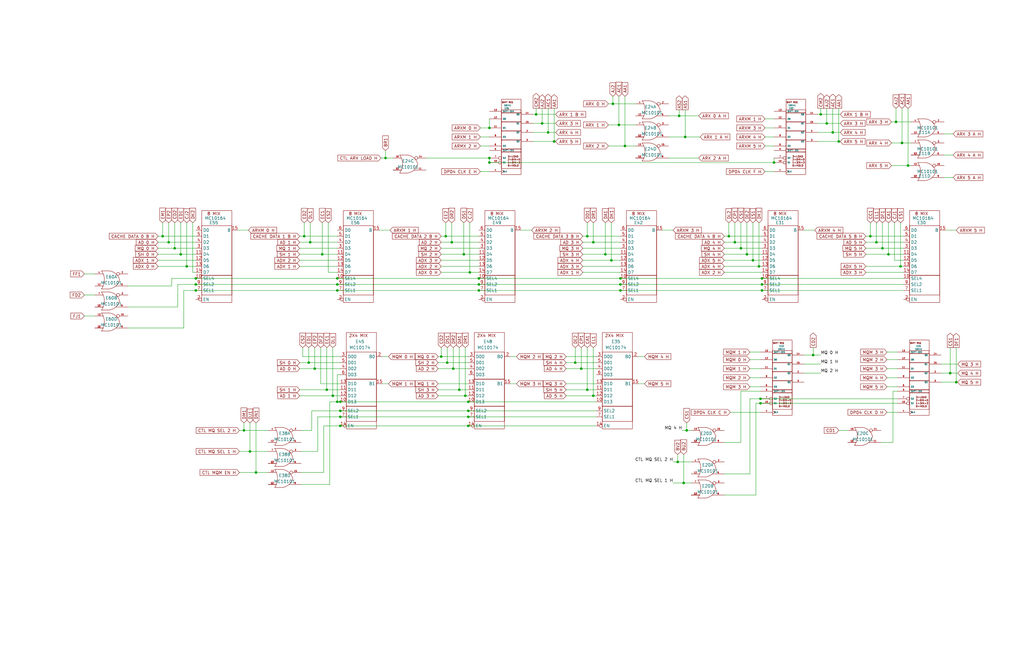
<source format=kicad_sch>
(kicad_sch (version 20211123) (generator eeschema)
  (paper "B")
  (title_block (title "DATA PATH ARX & MQ REGISTERS") (date "10/21/1976") (rev "A") (company "DIGITAL") (comment 1 "M8512-0-DP02"))
  (junction (at 105.41 190.5))
  (junction (at 307.34 99.695))
  (junction (at 247.65 99.695))
  (junction (at 78.74 112.395))
  (junction (at 367.03 99.695))
  (junction (at 76.2 107.315))
  (junction (at 320.04 112.395))
  (junction (at 73.66 104.775))
  (junction (at 188.595 153.035))
  (junction (at 143.51 173.355))
  (junction (at 82.55 117.475))
  (junction (at 288.29 203.835))
  (junction (at 82.55 120.015))
  (junction (at 191.135 155.575))
  (junction (at 190.5 102.235))
  (junction (at 82.55 122.555))
  (junction (at 245.11 155.575))
  (junction (at 403.225 161.29))
  (junction (at 197.485 169.545))
  (junction (at 346.075 48.26))
  (junction (at 351.155 55.88))
  (junction (at 288.925 57.785))
  (junction (at 206.375 66.675))
  (junction (at 228.6 52.07))
  (junction (at 326.39 68.58))
  (junction (at 143.51 169.545))
  (junction (at 142.24 122.555))
  (junction (at 374.65 107.315))
  (junction (at 250.19 102.235))
  (junction (at 321.31 122.555))
  (junction (at 143.51 175.895))
  (junction (at 309.88 102.235))
  (junction (at 107.95 199.39))
  (junction (at 187.96 99.695))
  (junction (at 263.525 61.595))
  (junction (at 289.56 181.61))
  (junction (at 353.695 59.69))
  (junction (at 140.335 167.005))
  (junction (at 71.12 102.235))
  (junction (at 348.615 52.07))
  (junction (at 231.14 55.88))
  (junction (at 135.89 107.315))
  (junction (at 193.675 164.465))
  (junction (at 317.5 109.855))
  (junction (at 206.375 68.58))
  (junction (at 206.375 53.975))
  (junction (at 68.58 99.695))
  (junction (at 142.24 169.545))
  (junction (at 143.51 179.705))
  (junction (at 321.31 117.475))
  (junction (at 261.62 117.475))
  (junction (at 321.31 120.015))
  (junction (at 285.75 194.945))
  (junction (at 128.27 99.695))
  (junction (at 380.365 60.325))
  (junction (at 162.56 66.675))
  (junction (at 201.93 117.475))
  (junction (at 242.57 153.035))
  (junction (at 137.795 164.465))
  (junction (at 250.19 167.005))
  (junction (at 382.905 69.85))
  (junction (at 320.675 170.18))
  (junction (at 197.485 179.705))
  (junction (at 261.62 122.555))
  (junction (at 379.73 112.395))
  (junction (at 130.175 153.035))
  (junction (at 226.06 48.26))
  (junction (at 233.68 59.69))
  (junction (at 369.57 102.235))
  (junction (at 260.985 52.705))
  (junction (at 257.81 109.855))
  (junction (at 195.58 107.315))
  (junction (at 377.825 51.435))
  (junction (at 197.485 175.895))
  (junction (at 102.87 181.61))
  (junction (at 201.93 122.555))
  (junction (at 314.96 107.315))
  (junction (at 247.65 164.465))
  (junction (at 198.12 114.935))
  (junction (at 142.24 120.015))
  (junction (at 312.42 104.775))
  (junction (at 201.93 120.015))
  (junction (at 130.81 102.235))
  (junction (at 342.9 149.86))
  (junction (at 286.385 48.895))
  (junction (at 197.485 173.355))
  (junction (at 255.27 107.315))
  (junction (at 142.24 117.475))
  (junction (at 320.675 168.275))
  (junction (at 261.62 120.015))
  (junction (at 372.11 104.775))
  (junction (at 186.055 150.495))
  (junction (at 258.445 43.815))
  (junction (at 196.215 167.005))
  (junction (at 132.715 155.575))
  (junction (at 400.685 157.48))
  (wire (pts (xy 344.805 55.88) (xy 351.155 55.88)))
  (wire (pts (xy 126.365 104.775) (xy 142.24 104.775)))
  (wire (pts (xy 100.33 97.155) (xy 104.775 97.155)))
  (wire (pts (xy 73.66 93.98) (xy 73.66 104.775)))
  (wire (pts (xy 184.785 155.575) (xy 191.135 155.575)))
  (wire (pts (xy 142.24 122.555) (xy 201.93 122.555)))
  (wire (pts (xy 351.155 45.72) (xy 351.155 55.88)))
  (wire (pts (xy 305.435 208.915) (xy 318.77 208.915)))
  (wire (pts (xy 318.77 170.18) (xy 320.675 170.18)))
  (wire (pts (xy 250.19 102.235) (xy 261.62 102.235)))
  (wire (pts (xy 353.695 45.72) (xy 353.695 59.69)))
  (wire (pts (xy 82.55 122.555) (xy 142.24 122.555)))
  (wire (pts (xy 224.79 52.07) (xy 228.6 52.07)))
  (wire (pts (xy 348.615 52.07) (xy 354.33 52.07)))
  (wire (pts (xy 375.92 51.435) (xy 377.825 51.435)))
  (wire (pts (xy 128.27 93.98) (xy 128.27 99.695)))
  (wire (pts (xy 376.555 186.69) (xy 376.555 165.1)))
  (wire (pts (xy 307.34 93.98) (xy 307.34 99.695)))
  (wire (pts (xy 202.565 57.785) (xy 206.375 57.785)))
  (wire (pts (xy 226.06 48.26) (xy 234.315 48.26)))
  (wire (pts (xy 316.23 155.575) (xy 320.675 155.575)))
  (wire (pts (xy 245.745 114.935) (xy 261.62 114.935)))
  (wire (pts (xy 224.79 48.26) (xy 226.06 48.26)))
  (wire (pts (xy 190.5 93.98) (xy 190.5 102.235)))
  (wire (pts (xy 250.19 167.005) (xy 251.46 167.005)))
  (wire (pts (xy 142.24 120.015) (xy 201.93 120.015)))
  (wire (pts (xy 263.525 61.595) (xy 267.97 61.595)))
  (wire (pts (xy 137.795 164.465) (xy 143.51 164.465)))
  (wire (pts (xy 374.015 148.59) (xy 378.46 148.59)))
  (wire (pts (xy 307.34 99.695) (xy 321.31 99.695)))
  (wire (pts (xy 256.54 61.595) (xy 263.525 61.595)))
  (wire (pts (xy 367.03 99.695) (xy 381 99.695)))
  (wire (pts (xy 342.9 146.685) (xy 342.9 149.86)))
  (wire (pts (xy 102.87 178.435) (xy 102.87 181.61)))
  (wire (pts (xy 186.055 150.495) (xy 197.485 150.495)))
  (wire (pts (xy 375.92 60.325) (xy 380.365 60.325)))
  (wire (pts (xy 127.635 150.495) (xy 143.51 150.495)))
  (wire (pts (xy 130.81 93.98) (xy 130.81 102.235)))
  (wire (pts (xy 190.5 102.235) (xy 201.93 102.235)))
  (wire (pts (xy 309.88 93.98) (xy 309.88 102.235)))
  (wire (pts (xy 186.055 112.395) (xy 201.93 112.395)))
  (wire (pts (xy 247.65 99.695) (xy 261.62 99.695)))
  (wire (pts (xy 382.905 69.85) (xy 384.175 69.85)))
  (wire (pts (xy 312.42 165.1) (xy 320.675 165.1)))
  (wire (pts (xy 371.475 186.69) (xy 376.555 186.69)))
  (wire (pts (xy 100.965 190.5) (xy 105.41 190.5)))
  (wire (pts (xy 365.125 107.315) (xy 374.65 107.315)))
  (wire (pts (xy 305.435 112.395) (xy 320.04 112.395)))
  (wire (pts (xy 53.975 120.65) (xy 72.39 120.65)))
  (wire (pts (xy 127 204.47) (xy 139.065 204.47)))
  (wire (pts (xy 71.12 102.235) (xy 82.55 102.235)))
  (wire (pts (xy 353.695 181.61) (xy 357.505 181.61)))
  (wire (pts (xy 321.31 120.015) (xy 381 120.015)))
  (wire (pts (xy 281.94 66.675) (xy 294.64 66.675)))
  (wire (pts (xy 322.58 61.595) (xy 326.39 61.595)))
  (wire (pts (xy 77.47 122.555) (xy 82.55 122.555)))
  (wire (pts (xy 193.675 164.465) (xy 197.485 164.465)))
  (wire (pts (xy 396.875 161.29) (xy 403.225 161.29)))
  (wire (pts (xy 377.19 93.98) (xy 377.19 109.855)))
  (wire (pts (xy 126.365 167.005) (xy 140.335 167.005)))
  (wire (pts (xy 242.57 153.035) (xy 251.46 153.035)))
  (wire (pts (xy 131.445 173.355) (xy 143.51 173.355)))
  (wire (pts (xy 316.23 168.275) (xy 320.675 168.275)))
  (wire (pts (xy 285.75 191.77) (xy 285.75 194.945)))
  (wire (pts (xy 261.62 117.475) (xy 321.31 117.475)))
  (wire (pts (xy 367.03 93.98) (xy 367.03 99.695)))
  (wire (pts (xy 398.145 56.515) (xy 401.955 56.515)))
  (wire (pts (xy 365.125 112.395) (xy 379.73 112.395)))
  (wire (pts (xy 81.28 93.98) (xy 81.28 114.935)))
  (wire (pts (xy 380.365 45.72) (xy 380.365 60.325)))
  (wire (pts (xy 398.145 74.93) (xy 401.955 74.93)))
  (wire (pts (xy 344.805 52.07) (xy 348.615 52.07)))
  (wire (pts (xy 238.76 164.465) (xy 247.65 164.465)))
  (wire (pts (xy 131.445 181.61) (xy 131.445 173.355)))
  (wire (pts (xy 339.09 97.155) (xy 343.535 97.155)))
  (wire (pts (xy 143.51 169.545) (xy 197.485 169.545)))
  (wire (pts (xy 396.875 157.48) (xy 400.685 157.48)))
  (wire (pts (xy 380.365 60.325) (xy 384.175 60.325)))
  (wire (pts (xy 287.655 181.61) (xy 289.56 181.61)))
  (wire (pts (xy 339.09 157.48) (xy 346.075 157.48)))
  (wire (pts (xy 283.845 194.945) (xy 285.75 194.945)))
  (wire (pts (xy 346.075 45.72) (xy 346.075 48.26)))
  (wire (pts (xy 187.96 93.98) (xy 187.96 99.695)))
  (wire (pts (xy 258.445 43.815) (xy 267.97 43.815)))
  (wire (pts (xy 314.96 107.315) (xy 321.31 107.315)))
  (wire (pts (xy 339.09 153.67) (xy 346.075 153.67)))
  (wire (pts (xy 320.675 170.18) (xy 378.46 170.18)))
  (wire (pts (xy 286.385 48.895) (xy 294.64 48.895)))
  (wire (pts (xy 322.58 53.975) (xy 326.39 53.975)))
  (wire (pts (xy 102.87 181.61) (xy 113.03 181.61)))
  (wire (pts (xy 82.55 120.015) (xy 142.24 120.015)))
  (wire (pts (xy 142.24 158.115) (xy 142.24 169.545)))
  (wire (pts (xy 255.27 107.315) (xy 261.62 107.315)))
  (wire (pts (xy 138.43 114.935) (xy 142.24 114.935)))
  (wire (pts (xy 107.95 199.39) (xy 113.03 199.39)))
  (wire (pts (xy 160.655 66.675) (xy 162.56 66.675)))
  (wire (pts (xy 100.965 199.39) (xy 107.95 199.39)))
  (wire (pts (xy 226.06 45.72) (xy 226.06 48.26)))
  (wire (pts (xy 261.62 122.555) (xy 321.31 122.555)))
  (wire (pts (xy 238.76 150.495) (xy 251.46 150.495)))
  (wire (pts (xy 257.81 93.98) (xy 257.81 109.855)))
  (wire (pts (xy 260.985 40.64) (xy 260.985 52.705)))
  (wire (pts (xy 231.14 55.88) (xy 234.315 55.88)))
  (wire (pts (xy 374.015 163.195) (xy 378.46 163.195)))
  (wire (pts (xy 398.78 97.155) (xy 403.225 97.155)))
  (wire (pts (xy 316.23 151.765) (xy 320.675 151.765)))
  (wire (pts (xy 202.565 53.975) (xy 206.375 53.975)))
  (wire (pts (xy 82.55 120.015) (xy 74.93 120.015)))
  (wire (pts (xy 206.375 68.58) (xy 326.39 68.58)))
  (wire (pts (xy 78.74 93.98) (xy 78.74 112.395)))
  (wire (pts (xy 344.805 59.69) (xy 353.695 59.69)))
  (wire (pts (xy 191.135 146.685) (xy 191.135 155.575)))
  (wire (pts (xy 228.6 52.07) (xy 234.315 52.07)))
  (wire (pts (xy 202.565 61.595) (xy 206.375 61.595)))
  (wire (pts (xy 318.77 208.915) (xy 318.77 170.18)))
  (wire (pts (xy 245.745 102.235) (xy 250.19 102.235)))
  (wire (pts (xy 82.55 117.475) (xy 142.24 117.475)))
  (wire (pts (xy 403.225 146.685) (xy 403.225 161.29)))
  (wire (pts (xy 132.715 146.685) (xy 132.715 155.575)))
  (wire (pts (xy 126.365 164.465) (xy 137.795 164.465)))
  (wire (pts (xy 215.265 161.925) (xy 217.805 161.925)))
  (wire (pts (xy 316.23 148.59) (xy 320.675 148.59)))
  (wire (pts (xy 135.89 93.98) (xy 135.89 107.315)))
  (wire (pts (xy 255.27 93.98) (xy 255.27 107.315)))
  (wire (pts (xy 186.055 107.315) (xy 195.58 107.315)))
  (wire (pts (xy 132.715 155.575) (xy 143.51 155.575)))
  (wire (pts (xy 127.635 146.685) (xy 127.635 150.495)))
  (wire (pts (xy 316.23 200.025) (xy 316.23 168.275)))
  (wire (pts (xy 161.29 150.495) (xy 163.83 150.495)))
  (wire (pts (xy 377.825 51.435) (xy 384.175 51.435)))
  (wire (pts (xy 245.11 155.575) (xy 251.46 155.575)))
  (wire (pts (xy 305.435 104.775) (xy 312.42 104.775)))
  (wire (pts (xy 398.145 65.405) (xy 401.955 65.405)))
  (wire (pts (xy 184.785 150.495) (xy 186.055 150.495)))
  (wire (pts (xy 351.155 55.88) (xy 354.33 55.88)))
  (wire (pts (xy 377.19 109.855) (xy 381 109.855)))
  (wire (pts (xy 289.56 178.435) (xy 289.56 181.61)))
  (wire (pts (xy 322.58 72.39) (xy 326.39 72.39)))
  (wire (pts (xy 186.055 114.935) (xy 198.12 114.935)))
  (wire (pts (xy 281.94 57.785) (xy 288.925 57.785)))
  (wire (pts (xy 365.125 102.235) (xy 369.57 102.235)))
  (wire (pts (xy 322.58 57.785) (xy 326.39 57.785)))
  (wire (pts (xy 127 199.39) (xy 136.525 199.39)))
  (wire (pts (xy 197.485 169.545) (xy 251.46 169.545)))
  (wire (pts (xy 305.435 107.315) (xy 314.96 107.315)))
  (wire (pts (xy 288.925 46.355) (xy 288.925 57.785)))
  (wire (pts (xy 188.595 146.685) (xy 188.595 153.035)))
  (wire (pts (xy 247.65 164.465) (xy 251.46 164.465)))
  (wire (pts (xy 130.175 153.035) (xy 143.51 153.035)))
  (wire (pts (xy 256.54 43.815) (xy 258.445 43.815)))
  (wire (pts (xy 365.125 104.775) (xy 372.11 104.775)))
  (wire (pts (xy 238.76 155.575) (xy 245.11 155.575)))
  (wire (pts (xy 184.785 164.465) (xy 193.675 164.465)))
  (wire (pts (xy 126.365 153.035) (xy 130.175 153.035)))
  (wire (pts (xy 206.375 50.165) (xy 206.375 53.975)))
  (wire (pts (xy 161.29 161.925) (xy 163.83 161.925)))
  (wire (pts (xy 76.2 93.98) (xy 76.2 107.315)))
  (wire (pts (xy 105.41 178.435) (xy 105.41 190.5)))
  (wire (pts (xy 188.595 153.035) (xy 197.485 153.035)))
  (wire (pts (xy 186.055 104.775) (xy 201.93 104.775)))
  (wire (pts (xy 186.055 146.685) (xy 186.055 150.495)))
  (wire (pts (xy 76.2 107.315) (xy 82.55 107.315)))
  (wire (pts (xy 403.225 161.29) (xy 403.86 161.29)))
  (wire (pts (xy 198.12 93.98) (xy 198.12 114.935)))
  (wire (pts (xy 269.24 150.495) (xy 271.78 150.495)))
  (wire (pts (xy 369.57 102.235) (xy 381 102.235)))
  (wire (pts (xy 81.28 114.935) (xy 82.55 114.935)))
  (wire (pts (xy 326.39 66.675) (xy 326.39 68.58)))
  (wire (pts (xy 133.985 190.5) (xy 133.985 175.895)))
  (wire (pts (xy 128.27 99.695) (xy 142.24 99.695)))
  (wire (pts (xy 72.39 120.65) (xy 72.39 117.475)))
  (wire (pts (xy 283.845 203.835) (xy 288.29 203.835)))
  (wire (pts (xy 316.23 159.385) (xy 320.675 159.385)))
  (wire (pts (xy 317.5 93.98) (xy 317.5 109.855)))
  (wire (pts (xy 136.525 199.39) (xy 136.525 179.705)))
  (wire (pts (xy 162.56 63.5) (xy 162.56 66.675)))
  (wire (pts (xy 66.675 104.775) (xy 73.66 104.775)))
  (wire (pts (xy 187.96 99.695) (xy 201.93 99.695)))
  (wire (pts (xy 224.79 55.88) (xy 231.14 55.88)))
  (wire (pts (xy 162.56 66.675) (xy 165.735 66.675)))
  (wire (pts (xy 74.93 129.54) (xy 53.975 129.54)))
  (wire (pts (xy 66.675 102.235) (xy 71.12 102.235)))
  (wire (pts (xy 344.805 48.26) (xy 346.075 48.26)))
  (wire (pts (xy 133.985 175.895) (xy 143.51 175.895)))
  (wire (pts (xy 143.51 173.355) (xy 197.485 173.355)))
  (wire (pts (xy 197.485 173.355) (xy 251.46 173.355)))
  (wire (pts (xy 286.385 46.355) (xy 286.385 48.895)))
  (wire (pts (xy 305.435 186.69) (xy 312.42 186.69)))
  (wire (pts (xy 400.685 146.685) (xy 400.685 157.48)))
  (wire (pts (xy 215.265 150.495) (xy 217.805 150.495)))
  (wire (pts (xy 184.785 153.035) (xy 188.595 153.035)))
  (wire (pts (xy 201.93 120.015) (xy 261.62 120.015)))
  (wire (pts (xy 256.54 52.705) (xy 260.985 52.705)))
  (wire (pts (xy 135.89 107.315) (xy 142.24 107.315)))
  (wire (pts (xy 321.31 117.475) (xy 381 117.475)))
  (wire (pts (xy 160.02 97.155) (xy 164.465 97.155)))
  (wire (pts (xy 263.525 40.64) (xy 263.525 61.595)))
  (wire (pts (xy 143.51 175.895) (xy 197.485 175.895)))
  (wire (pts (xy 195.58 93.98) (xy 195.58 107.315)))
  (wire (pts (xy 379.73 93.98) (xy 379.73 112.395)))
  (wire (pts (xy 320.04 112.395) (xy 321.31 112.395)))
  (wire (pts (xy 100.965 181.61) (xy 102.87 181.61)))
  (wire (pts (xy 74.93 120.015) (xy 74.93 129.54)))
  (wire (pts (xy 139.065 169.545) (xy 142.24 169.545)))
  (wire (pts (xy 305.435 114.935) (xy 321.31 114.935)))
  (wire (pts (xy 258.445 40.64) (xy 258.445 43.815)))
  (wire (pts (xy 305.435 200.025) (xy 316.23 200.025)))
  (wire (pts (xy 197.485 175.895) (xy 251.46 175.895)))
  (wire (pts (xy 140.335 146.685) (xy 140.335 167.005)))
  (wire (pts (xy 197.485 179.705) (xy 251.46 179.705)))
  (wire (pts (xy 245.745 107.315) (xy 255.27 107.315)))
  (wire (pts (xy 142.24 169.545) (xy 143.51 169.545)))
  (wire (pts (xy 71.12 93.98) (xy 71.12 102.235)))
  (wire (pts (xy 136.525 179.705) (xy 143.51 179.705)))
  (wire (pts (xy 348.615 45.72) (xy 348.615 52.07)))
  (wire (pts (xy 238.76 161.925) (xy 251.46 161.925)))
  (wire (pts (xy 139.065 204.47) (xy 139.065 169.545)))
  (wire (pts (xy 66.675 112.395) (xy 78.74 112.395)))
  (wire (pts (xy 66.675 99.695) (xy 68.58 99.695)))
  (wire (pts (xy 126.365 155.575) (xy 132.715 155.575)))
  (wire (pts (xy 137.795 146.685) (xy 137.795 164.465)))
  (wire (pts (xy 135.255 161.925) (xy 143.51 161.925)))
  (wire (pts (xy 233.68 45.72) (xy 233.68 59.69)))
  (wire (pts (xy 242.57 146.685) (xy 242.57 153.035)))
  (wire (pts (xy 66.675 109.855) (xy 82.55 109.855)))
  (wire (pts (xy 374.015 159.385) (xy 378.46 159.385)))
  (wire (pts (xy 130.175 146.685) (xy 130.175 153.035)))
  (wire (pts (xy 400.685 157.48) (xy 403.86 157.48)))
  (wire (pts (xy 130.81 102.235) (xy 142.24 102.235)))
  (wire (pts (xy 143.51 158.115) (xy 142.24 158.115)))
  (wire (pts (xy 288.29 203.835) (xy 291.465 203.835)))
  (wire (pts (xy 107.95 178.435) (xy 107.95 199.39)))
  (wire (pts (xy 68.58 99.695) (xy 82.55 99.695)))
  (wire (pts (xy 179.705 66.675) (xy 206.375 66.675)))
  (wire (pts (xy 247.65 146.685) (xy 247.65 164.465)))
  (wire (pts (xy 312.42 93.98) (xy 312.42 104.775)))
  (wire (pts (xy 339.09 149.86) (xy 342.9 149.86)))
  (wire (pts (xy 372.11 104.775) (xy 381 104.775)))
  (wire (pts (xy 195.58 107.315) (xy 201.93 107.315)))
  (wire (pts (xy 374.015 173.99) (xy 378.46 173.99)))
  (wire (pts (xy 126.365 102.235) (xy 130.81 102.235)))
  (wire (pts (xy 245.745 104.775) (xy 261.62 104.775)))
  (wire (pts (xy 184.785 167.005) (xy 196.215 167.005)))
  (wire (pts (xy 250.19 146.685) (xy 250.19 167.005)))
  (wire (pts (xy 202.565 72.39) (xy 206.375 72.39)))
  (wire (pts (xy 127 190.5) (xy 133.985 190.5)))
  (wire (pts (xy 320.04 93.98) (xy 320.04 112.395)))
  (wire (pts (xy 66.675 107.315) (xy 76.2 107.315)))
  (wire (pts (xy 247.65 93.98) (xy 247.65 99.695)))
  (wire (pts (xy 317.5 109.855) (xy 321.31 109.855)))
  (wire (pts (xy 374.015 151.765) (xy 378.46 151.765)))
  (wire (pts (xy 376.555 165.1) (xy 378.46 165.1)))
  (wire (pts (xy 35.56 124.46) (xy 40.005 124.46)))
  (wire (pts (xy 279.4 97.155) (xy 283.845 97.155)))
  (wire (pts (xy 35.56 133.35) (xy 40.005 133.35)))
  (wire (pts (xy 374.65 93.98) (xy 374.65 107.315)))
  (wire (pts (xy 377.825 45.72) (xy 377.825 51.435)))
  (wire (pts (xy 245.745 109.855) (xy 257.81 109.855)))
  (wire (pts (xy 260.985 52.705) (xy 267.97 52.705)))
  (wire (pts (xy 206.375 66.675) (xy 206.375 68.58)))
  (wire (pts (xy 196.215 146.685) (xy 196.215 167.005)))
  (wire (pts (xy 186.055 102.235) (xy 190.5 102.235)))
  (wire (pts (xy 198.12 114.935) (xy 201.93 114.935)))
  (wire (pts (xy 140.335 167.005) (xy 143.51 167.005)))
  (wire (pts (xy 186.055 109.855) (xy 201.93 109.855)))
  (wire (pts (xy 322.58 50.165) (xy 326.39 50.165)))
  (wire (pts (xy 353.695 59.69) (xy 354.33 59.69)))
  (wire (pts (xy 342.9 149.86) (xy 346.075 149.86)))
  (wire (pts (xy 269.24 161.925) (xy 271.78 161.925)))
  (wire (pts (xy 374.65 107.315) (xy 381 107.315)))
  (wire (pts (xy 375.92 69.85) (xy 382.905 69.85)))
  (wire (pts (xy 257.81 109.855) (xy 261.62 109.855)))
  (wire (pts (xy 105.41 190.5) (xy 113.03 190.5)))
  (wire (pts (xy 382.905 45.72) (xy 382.905 69.85)))
  (wire (pts (xy 126.365 112.395) (xy 142.24 112.395)))
  (wire (pts (xy 314.96 93.98) (xy 314.96 107.315)))
  (wire (pts (xy 224.79 59.69) (xy 233.68 59.69)))
  (wire (pts (xy 126.365 107.315) (xy 135.89 107.315)))
  (wire (pts (xy 35.56 115.57) (xy 40.005 115.57)))
  (wire (pts (xy 68.58 93.98) (xy 68.58 99.695)))
  (wire (pts (xy 245.745 112.395) (xy 261.62 112.395)))
  (wire (pts (xy 53.975 138.43) (xy 77.47 138.43)))
  (wire (pts (xy 193.675 146.685) (xy 193.675 164.465)))
  (wire (pts (xy 191.135 155.575) (xy 197.485 155.575)))
  (wire (pts (xy 186.055 99.695) (xy 187.96 99.695)))
  (wire (pts (xy 289.56 181.61) (xy 291.465 181.61)))
  (wire (pts (xy 396.875 153.67) (xy 403.86 153.67)))
  (wire (pts (xy 346.075 48.26) (xy 354.33 48.26)))
  (wire (pts (xy 238.76 167.005) (xy 250.19 167.005)))
  (wire (pts (xy 305.435 99.695) (xy 307.34 99.695)))
  (wire (pts (xy 369.57 93.98) (xy 369.57 102.235)))
  (wire (pts (xy 238.76 153.035) (xy 242.57 153.035)))
  (wire (pts (xy 288.925 57.785) (xy 295.275 57.785)))
  (wire (pts (xy 219.71 97.155) (xy 224.155 97.155)))
  (wire (pts (xy 379.73 112.395) (xy 381 112.395)))
  (wire (pts (xy 305.435 109.855) (xy 317.5 109.855)))
  (wire (pts (xy 245.745 99.695) (xy 247.65 99.695)))
  (wire (pts (xy 365.125 114.935) (xy 381 114.935)))
  (wire (pts (xy 316.23 163.195) (xy 320.675 163.195)))
  (wire (pts (xy 281.94 48.895) (xy 286.385 48.895)))
  (wire (pts (xy 374.015 155.575) (xy 378.46 155.575)))
  (wire (pts (xy 288.29 191.77) (xy 288.29 203.835)))
  (wire (pts (xy 312.42 104.775) (xy 321.31 104.775)))
  (wire (pts (xy 261.62 120.015) (xy 321.31 120.015)))
  (wire (pts (xy 285.75 194.945) (xy 291.465 194.945)))
  (wire (pts (xy 196.215 167.005) (xy 197.485 167.005)))
  (wire (pts (xy 127 181.61) (xy 131.445 181.61)))
  (wire (pts (xy 233.68 59.69) (xy 234.315 59.69)))
  (wire (pts (xy 320.675 168.275) (xy 378.46 168.275)))
  (wire (pts (xy 138.43 93.98) (xy 138.43 114.935)))
  (wire (pts (xy 245.11 146.685) (xy 245.11 155.575)))
  (wire (pts (xy 312.42 186.69) (xy 312.42 165.1)))
  (wire (pts (xy 228.6 45.72) (xy 228.6 52.07)))
  (wire (pts (xy 184.785 161.925) (xy 197.485 161.925)))
  (wire (pts (xy 72.39 117.475) (xy 82.55 117.475)))
  (wire (pts (xy 201.93 117.475) (xy 261.62 117.475)))
  (wire (pts (xy 201.93 122.555) (xy 261.62 122.555)))
  (wire (pts (xy 73.66 104.775) (xy 82.55 104.775)))
  (wire (pts (xy 126.365 109.855) (xy 142.24 109.855)))
  (wire (pts (xy 307.975 173.99) (xy 320.675 173.99)))
  (wire (pts (xy 321.31 122.555) (xy 381 122.555)))
  (wire (pts (xy 250.19 93.98) (xy 250.19 102.235)))
  (wire (pts (xy 143.51 179.705) (xy 197.485 179.705)))
  (wire (pts (xy 126.365 99.695) (xy 128.27 99.695)))
  (wire (pts (xy 135.255 146.685) (xy 135.255 161.925)))
  (wire (pts (xy 78.74 112.395) (xy 82.55 112.395)))
  (wire (pts (xy 372.11 93.98) (xy 372.11 104.775)))
  (wire (pts (xy 77.47 138.43) (xy 77.47 122.555)))
  (wire (pts (xy 231.14 45.72) (xy 231.14 55.88)))
  (wire (pts (xy 365.125 99.695) (xy 367.03 99.695)))
  (wire (pts (xy 142.24 117.475) (xy 201.93 117.475)))
  (wire (pts (xy 305.435 102.235) (xy 309.88 102.235)))
  (wire (pts (xy 309.88 102.235) (xy 321.31 102.235)))
  (label "MQ 2 H" (at 346.075 157.48 0))
  (label "MQ 0 H" (at 346.075 149.86 0))
  (label "CTL MQ SEL 1 H" (at 283.845 203.835 180))
  (label "CTL MQ SEL 2 H" (at 283.845 194.945 180))
  (label "MQ 1 H" (at 346.075 153.67 0))
  (label "MQ 4 H" (at 287.655 181.61 180))
  (global_label "SH 5 H" (shape input) (at 238.76 164.465 180) (property "Intersheet References" "${INTERSHEET_REFS}" (effects hide)))
  (global_label "DP04 CLK C H" (shape input) (at 307.975 173.99 180) (property "Intersheet References" "${INTERSHEET_REFS}" (effects hide)))
  (global_label "CACHE DATA 0 B H" (shape input) (at 66.675 99.695 180) (property "Intersheet References" "${INTERSHEET_REFS}" (effects hide)))
  (global_label "AD 0 H" (shape input) (at 126.365 155.575 180) (property "Intersheet References" "${INTERSHEET_REFS}" (effects hide)))
  (global_label "FD2" (shape input) (at 35.56 124.46 180) (property "Intersheet References" "${INTERSHEET_REFS}" (effects hide)))
  (global_label "EC1" (shape input) (at 137.795 146.685 90) (property "Intersheet References" "${INTERSHEET_REFS}" (effects hide)))
  (global_label "ARX 5 H" (shape input) (at 354.33 59.69 0) (property "Intersheet References" "${INTERSHEET_REFS}" (effects hide)))
  (global_label "FJ1" (shape input) (at 35.56 133.35 180) (property "Intersheet References" "${INTERSHEET_REFS}" (effects hide)))
  (global_label "AD 1 H" (shape input) (at 126.365 167.005 180) (property "Intersheet References" "${INTERSHEET_REFS}" (effects hide)))
  (global_label "CP1" (shape input) (at 309.88 93.98 90) (property "Intersheet References" "${INTERSHEET_REFS}" (effects hide)))
  (global_label "ADX 4 H" (shape input) (at 305.435 112.395 180) (property "Intersheet References" "${INTERSHEET_REFS}" (effects hide)))
  (global_label "CS2" (shape input) (at 127.635 146.685 90) (property "Intersheet References" "${INTERSHEET_REFS}" (effects hide)))
  (global_label "ARX 1 B H" (shape input) (at 234.315 48.26 0) (property "Intersheet References" "${INTERSHEET_REFS}" (effects hide)))
  (global_label "ARXM 4 H" (shape input) (at 343.535 97.155 0) (property "Intersheet References" "${INTERSHEET_REFS}" (effects hide)))
  (global_label "CTL MQ SEL 2 H" (shape input) (at 100.965 181.61 180) (property "Intersheet References" "${INTERSHEET_REFS}" (effects hide)))
  (global_label "ARX 4 A H" (shape input) (at 401.955 65.405 0) (property "Intersheet References" "${INTERSHEET_REFS}" (effects hide)))
  (global_label "ADX 5 H" (shape input) (at 305.435 109.855 180) (property "Intersheet References" "${INTERSHEET_REFS}" (effects hide)))
  (global_label "MQM 2 H" (shape input) (at 316.23 159.385 180) (property "Intersheet References" "${INTERSHEET_REFS}" (effects hide)))
  (global_label "ARX 4 H" (shape input) (at 234.315 55.88 0) (property "Intersheet References" "${INTERSHEET_REFS}" (effects hide)))
  (global_label "ARXM 0 H" (shape input) (at 104.775 97.155 0) (property "Intersheet References" "${INTERSHEET_REFS}" (effects hide)))
  (global_label "ARXM 3 H" (shape input) (at 322.58 53.975 180) (property "Intersheet References" "${INTERSHEET_REFS}" (effects hide)))
  (global_label "DE2" (shape input) (at 242.57 146.685 90) (property "Intersheet References" "${INTERSHEET_REFS}" (effects hide)))
  (global_label "AD 5 H" (shape input) (at 365.125 102.235 180) (property "Intersheet References" "${INTERSHEET_REFS}" (effects hide)))
  (global_label "AD 3 H" (shape input) (at 184.785 167.005 180) (property "Intersheet References" "${INTERSHEET_REFS}" (effects hide)))
  (global_label "ES1" (shape input) (at 379.73 93.98 90) (property "Intersheet References" "${INTERSHEET_REFS}" (effects hide)))
  (global_label "AJ2" (shape output) (at 348.615 45.72 90) (property "Intersheet References" "${INTERSHEET_REFS}" (effects hide)))
  (global_label "ARXM 1 H" (shape input) (at 164.465 97.155 0) (property "Intersheet References" "${INTERSHEET_REFS}" (effects hide)))
  (global_label "ADX 1 H" (shape input) (at 66.675 109.855 180) (property "Intersheet References" "${INTERSHEET_REFS}" (effects hide)))
  (global_label "ED1" (shape input) (at 76.2 93.98 90) (property "Intersheet References" "${INTERSHEET_REFS}" (effects hide)))
  (global_label "AC1" (shape output) (at 231.14 45.72 90) (property "Intersheet References" "${INTERSHEET_REFS}" (effects hide)))
  (global_label "BR1" (shape input) (at 162.56 63.5 90) (property "Intersheet References" "${INTERSHEET_REFS}" (effects hide)))
  (global_label "ADX 4 H" (shape input) (at 245.745 109.855 180) (property "Intersheet References" "${INTERSHEET_REFS}" (effects hide)))
  (global_label "DP04 CLK D H" (shape input) (at 374.015 173.99 180) (property "Intersheet References" "${INTERSHEET_REFS}" (effects hide)))
  (global_label "ADX 1 H" (shape input) (at 245.745 114.935 180) (property "Intersheet References" "${INTERSHEET_REFS}" (effects hide)))
  (global_label "ES1" (shape input) (at 317.5 93.98 90) (property "Intersheet References" "${INTERSHEET_REFS}" (effects hide)))
  (global_label "AD 0 H" (shape input) (at 66.675 102.235 180) (property "Intersheet References" "${INTERSHEET_REFS}" (effects hide)))
  (global_label "SH 2 H" (shape input) (at 186.055 107.315 180) (property "Intersheet References" "${INTERSHEET_REFS}" (effects hide)))
  (global_label "MQM 1 H" (shape input) (at 163.83 161.925 0) (property "Intersheet References" "${INTERSHEET_REFS}" (effects hide)))
  (global_label "AD 3 H" (shape input) (at 245.745 102.235 180) (property "Intersheet References" "${INTERSHEET_REFS}" (effects hide)))
  (global_label "DR1" (shape input) (at 250.19 93.98 90) (property "Intersheet References" "${INTERSHEET_REFS}" (effects hide)))
  (global_label "AA1" (shape output) (at 233.68 45.72 90) (property "Intersheet References" "${INTERSHEET_REFS}" (effects hide)))
  (global_label "CACHE DATA 5 B H" (shape input) (at 365.125 99.695 180) (property "Intersheet References" "${INTERSHEET_REFS}" (effects hide)))
  (global_label "SH 1 H" (shape input) (at 126.365 164.465 180) (property "Intersheet References" "${INTERSHEET_REFS}" (effects hide)))
  (global_label "SH 4 H" (shape input) (at 305.435 107.315 180) (property "Intersheet References" "${INTERSHEET_REFS}" (effects hide)))
  (global_label "EM1" (shape input) (at 68.58 93.98 90) (property "Intersheet References" "${INTERSHEET_REFS}" (effects hide)))
  (global_label "CS1" (shape input) (at 289.56 178.435 90) (property "Intersheet References" "${INTERSHEET_REFS}" (effects hide)))
  (global_label "DE2" (shape input) (at 314.96 93.98 90) (property "Intersheet References" "${INTERSHEET_REFS}" (effects hide)))
  (global_label "DS1" (shape input) (at 188.595 146.685 90) (property "Intersheet References" "${INTERSHEET_REFS}" (effects hide)))
  (global_label "CP1" (shape input) (at 245.11 146.685 90) (property "Intersheet References" "${INTERSHEET_REFS}" (effects hide)))
  (global_label "MQ 0 H" (shape input) (at 184.785 150.495 180) (property "Intersheet References" "${INTERSHEET_REFS}" (effects hide)))
  (global_label "CJ2" (shape input) (at 78.74 93.98 90) (property "Intersheet References" "${INTERSHEET_REFS}" (effects hide)))
  (global_label "MQM 1 H" (shape input) (at 316.23 155.575 180) (property "Intersheet References" "${INTERSHEET_REFS}" (effects hide)))
  (global_label "MQ 1 H" (shape input) (at 126.365 104.775 180) (property "Intersheet References" "${INTERSHEET_REFS}" (effects hide)))
  (global_label "ARX 4 H" (shape input) (at 354.33 55.88 0) (property "Intersheet References" "${INTERSHEET_REFS}" (effects hide)))
  (global_label "ADX 2 H" (shape input) (at 186.055 112.395 180) (property "Intersheet References" "${INTERSHEET_REFS}" (effects hide)))
  (global_label "DA1" (shape input) (at 255.27 93.98 90) (property "Intersheet References" "${INTERSHEET_REFS}" (effects hide)))
  (global_label "EC1" (shape input) (at 135.89 93.98 90) (property "Intersheet References" "${INTERSHEET_REFS}" (effects hide)))
  (global_label "AA1" (shape output) (at 353.695 45.72 90) (property "Intersheet References" "${INTERSHEET_REFS}" (effects hide)))
  (global_label "MQM 0 H" (shape input) (at 316.23 151.765 180) (property "Intersheet References" "${INTERSHEET_REFS}" (effects hide)))
  (global_label "ARXM 2 H" (shape input) (at 224.155 97.155 0) (property "Intersheet References" "${INTERSHEET_REFS}" (effects hide)))
  (global_label "ARX 0 H" (shape input) (at 256.54 43.815 180) (property "Intersheet References" "${INTERSHEET_REFS}" (effects hide)))
  (global_label "ADX 3 H" (shape input) (at 245.745 112.395 180) (property "Intersheet References" "${INTERSHEET_REFS}" (effects hide)))
  (global_label "ARXM 5 H" (shape input) (at 322.58 61.595 180) (property "Intersheet References" "${INTERSHEET_REFS}" (effects hide)))
  (global_label "ADX 5 H" (shape input) (at 365.125 112.395 180) (property "Intersheet References" "${INTERSHEET_REFS}" (effects hide)))
  (global_label "SH 5 H" (shape input) (at 365.125 107.315 180) (property "Intersheet References" "${INTERSHEET_REFS}" (effects hide)))
  (global_label "ARX 3 H" (shape input) (at 234.315 52.07 0) (property "Intersheet References" "${INTERSHEET_REFS}" (effects hide)))
  (global_label "SH 0 H" (shape input) (at 66.675 107.315 180) (property "Intersheet References" "${INTERSHEET_REFS}" (effects hide)))
  (global_label "ARX 3 H" (shape input) (at 354.33 52.07 0) (property "Intersheet References" "${INTERSHEET_REFS}" (effects hide)))
  (global_label "DS1" (shape input) (at 195.58 93.98 90) (property "Intersheet References" "${INTERSHEET_REFS}" (effects hide)))
  (global_label "MQM 3 H" (shape input) (at 316.23 163.195 180) (property "Intersheet References" "${INTERSHEET_REFS}" (effects hide)))
  (global_label "MQ 3 H" (shape input) (at 238.76 161.925 180) (property "Intersheet References" "${INTERSHEET_REFS}" (effects hide)))
  (global_label "DK1" (shape input) (at 257.81 93.98 90) (property "Intersheet References" "${INTERSHEET_REFS}" (effects hide)))
  (global_label "CD2" (shape output) (at 342.9 146.685 90) (property "Intersheet References" "${INTERSHEET_REFS}" (effects hide)))
  (global_label "CJ1" (shape input) (at 377.19 93.98 90) (property "Intersheet References" "${INTERSHEET_REFS}" (effects hide)))
  (global_label "CD2" (shape input) (at 186.055 146.685 90) (property "Intersheet References" "${INTERSHEET_REFS}" (effects hide)))
  (global_label "SH 4 H" (shape input) (at 238.76 153.035 180) (property "Intersheet References" "${INTERSHEET_REFS}" (effects hide)))
  (global_label "AD 2 H" (shape input) (at 186.055 102.235 180) (property "Intersheet References" "${INTERSHEET_REFS}" (effects hide)))
  (global_label "EP2" (shape input) (at 132.715 146.685 90) (property "Intersheet References" "${INTERSHEET_REFS}" (effects hide)))
  (global_label "ES2" (shape input) (at 138.43 93.98 90) (property "Intersheet References" "${INTERSHEET_REFS}" (effects hide)))
  (global_label "SH 3 H" (shape input) (at 245.745 107.315 180) (property "Intersheet References" "${INTERSHEET_REFS}" (effects hide)))
  (global_label "CA1" (shape input) (at 374.65 93.98 90) (property "Intersheet References" "${INTERSHEET_REFS}" (effects hide)))
  (global_label "AD 1 H" (shape input) (at 126.365 102.235 180) (property "Intersheet References" "${INTERSHEET_REFS}" (effects hide)))
  (global_label "ADX 2 H" (shape input) (at 305.435 114.935 180) (property "Intersheet References" "${INTERSHEET_REFS}" (effects hide)))
  (global_label "AC1" (shape input) (at 380.365 45.72 90) (property "Intersheet References" "${INTERSHEET_REFS}" (effects hide)))
  (global_label "CC1" (shape input) (at 367.03 93.98 90) (property "Intersheet References" "${INTERSHEET_REFS}" (effects hide)))
  (global_label "ARXM 1 H" (shape input) (at 202.565 57.785 180) (property "Intersheet References" "${INTERSHEET_REFS}" (effects hide)))
  (global_label "MQM 3 H" (shape input) (at 374.015 155.575 180) (property "Intersheet References" "${INTERSHEET_REFS}" (effects hide)))
  (global_label "MQM 1 H" (shape input) (at 316.23 148.59 180) (property "Intersheet References" "${INTERSHEET_REFS}" (effects hide)))
  (global_label "AC1" (shape output) (at 351.155 45.72 90) (property "Intersheet References" "${INTERSHEET_REFS}" (effects hide)))
  (global_label "MQ 5 H" (shape input) (at 365.125 104.775 180) (property "Intersheet References" "${INTERSHEET_REFS}" (effects hide)))
  (global_label "CM2" (shape output) (at 226.06 45.72 90) (property "Intersheet References" "${INTERSHEET_REFS}" (effects hide)))
  (global_label "ADX 0 H" (shape input) (at 186.055 114.935 180) (property "Intersheet References" "${INTERSHEET_REFS}" (effects hide)))
  (global_label "BV2" (shape input) (at 285.75 191.77 90) (property "Intersheet References" "${INTERSHEET_REFS}" (effects hide)))
  (global_label "MQ 4 H" (shape input) (at 403.86 157.48 0) (property "Intersheet References" "${INTERSHEET_REFS}" (effects hide)))
  (global_label "AD 4 H" (shape input) (at 238.76 155.575 180) (property "Intersheet References" "${INTERSHEET_REFS}" (effects hide)))
  (global_label "FF1" (shape input) (at 35.56 115.57 180) (property "Intersheet References" "${INTERSHEET_REFS}" (effects hide)))
  (global_label "MQM 5 H" (shape input) (at 374.015 163.195 180) (property "Intersheet References" "${INTERSHEET_REFS}" (effects hide)))
  (global_label "AD 4 H" (shape input) (at 305.435 102.235 180) (property "Intersheet References" "${INTERSHEET_REFS}" (effects hide)))
  (global_label "AS1" (shape output) (at 288.925 46.355 90) (property "Intersheet References" "${INTERSHEET_REFS}" (effects hide)))
  (global_label "CTL ARX LOAD H" (shape input) (at 160.655 66.675 180) (property "Intersheet References" "${INTERSHEET_REFS}" (effects hide)))
  (global_label "ARX 1 A H" (shape input) (at 295.275 57.785 0) (property "Intersheet References" "${INTERSHEET_REFS}" (effects hide)))
  (global_label "DR1" (shape input) (at 196.215 146.685 90) (property "Intersheet References" "${INTERSHEET_REFS}" (effects hide)))
  (global_label "MQM 3 H" (shape input) (at 374.015 148.59 180) (property "Intersheet References" "${INTERSHEET_REFS}" (effects hide)))
  (global_label "MQM 0 H" (shape input) (at 163.83 150.495 0) (property "Intersheet References" "${INTERSHEET_REFS}" (effects hide)))
  (global_label "ADX 1 H" (shape input) (at 126.365 112.395 180) (property "Intersheet References" "${INTERSHEET_REFS}" (effects hide)))
  (global_label "CD2" (shape input) (at 73.66 93.98 90) (property "Intersheet References" "${INTERSHEET_REFS}" (effects hide)))
  (global_label "DL2" (shape input) (at 307.34 93.98 90) (property "Intersheet References" "${INTERSHEET_REFS}" (effects hide)))
  (global_label "DF1" (shape input) (at 372.11 93.98 90) (property "Intersheet References" "${INTERSHEET_REFS}" (effects hide)))
  (global_label "DK1" (shape input) (at 320.04 93.98 90) (property "Intersheet References" "${INTERSHEET_REFS}" (effects hide)))
  (global_label "CACHE DATA 1 B H" (shape input) (at 126.365 99.695 180) (property "Intersheet References" "${INTERSHEET_REFS}" (effects hide)))
  (global_label "ARX 5 H" (shape input) (at 234.315 59.69 0) (property "Intersheet References" "${INTERSHEET_REFS}" (effects hide)))
  (global_label "CA1" (shape input) (at 247.65 146.685 90) (property "Intersheet References" "${INTERSHEET_REFS}" (effects hide)))
  (global_label "ARX 2 H" (shape input) (at 256.54 61.595 180) (property "Intersheet References" "${INTERSHEET_REFS}" (effects hide)))
  (global_label "CACHE DATA 4 B H" (shape input) (at 305.435 99.695 180) (property "Intersheet References" "${INTERSHEET_REFS}" (effects hide)))
  (global_label "DJ1" (shape input) (at 105.41 178.435 90) (property "Intersheet References" "${INTERSHEET_REFS}" (effects hide)))
  (global_label "CS1" (shape output) (at 400.685 146.685 90) (property "Intersheet References" "${INTERSHEET_REFS}" (effects hide)))
  (global_label "MQM 3 H" (shape input) (at 217.805 161.925 0) (property "Intersheet References" "${INTERSHEET_REFS}" (effects hide)))
  (global_label "DR2" (shape input) (at 190.5 93.98 90) (property "Intersheet References" "${INTERSHEET_REFS}" (effects hide)))
  (global_label "ARXM 4 H" (shape input) (at 322.58 57.785 180) (property "Intersheet References" "${INTERSHEET_REFS}" (effects hide)))
  (global_label "ARMX 2 H" (shape input) (at 202.565 61.595 180) (property "Intersheet References" "${INTERSHEET_REFS}" (effects hide)))
  (global_label "DR2" (shape input) (at 191.135 146.685 90) (property "Intersheet References" "${INTERSHEET_REFS}" (effects hide)))
  (global_label "MQM 2 H" (shape input) (at 374.015 151.765 180) (property "Intersheet References" "${INTERSHEET_REFS}" (effects hide)))
  (global_label "ADX 3 H" (shape input) (at 365.125 114.935 180) (property "Intersheet References" "${INTERSHEET_REFS}" (effects hide)))
  (global_label "CACHE DATA 3 B H" (shape input) (at 245.745 99.695 180) (property "Intersheet References" "${INTERSHEET_REFS}" (effects hide)))
  (global_label "ARX 1 B H" (shape input) (at 354.33 48.26 0) (property "Intersheet References" "${INTERSHEET_REFS}" (effects hide)))
  (global_label "AC1" (shape input) (at 260.985 40.64 90) (property "Intersheet References" "${INTERSHEET_REFS}" (effects hide)))
  (global_label "ARX 4 H" (shape input) (at 375.92 60.325 180) (property "Intersheet References" "${INTERSHEET_REFS}" (effects hide)))
  (global_label "MQ 2 H" (shape input) (at 238.76 150.495 180) (property "Intersheet References" "${INTERSHEET_REFS}" (effects hide)))
  (global_label "ARX 3 A H" (shape input) (at 401.955 56.515 0) (property "Intersheet References" "${INTERSHEET_REFS}" (effects hide)))
  (global_label "ARXM 0 H" (shape input) (at 202.565 53.975 180) (property "Intersheet References" "${INTERSHEET_REFS}" (effects hide)))
  (global_label "EE2" (shape input) (at 187.96 93.98 90) (property "Intersheet References" "${INTERSHEET_REFS}" (effects hide)))
  (global_label "ARX 0 A H" (shape input) (at 294.64 48.895 0) (property "Intersheet References" "${INTERSHEET_REFS}" (effects hide)))
  (global_label "CACHE DATA 2 B H" (shape input) (at 186.055 99.695 180) (property "Intersheet References" "${INTERSHEET_REFS}" (effects hide)))
  (global_label "CS1" (shape input) (at 312.42 93.98 90) (property "Intersheet References" "${INTERSHEET_REFS}" (effects hide)))
  (global_label "ARXM 5 H" (shape input) (at 403.225 97.155 0) (property "Intersheet References" "${INTERSHEET_REFS}" (effects hide)))
  (global_label "DF1" (shape output) (at 403.225 146.685 90) (property "Intersheet References" "${INTERSHEET_REFS}" (effects hide)))
  (global_label "CD1" (shape input) (at 353.695 181.61 180) (property "Intersheet References" "${INTERSHEET_REFS}" (effects hide)))
  (global_label "DL1" (shape input) (at 130.81 93.98 90) (property "Intersheet References" "${INTERSHEET_REFS}" (effects hide)))
  (global_label "AD 2 H" (shape input) (at 184.785 155.575 180) (property "Intersheet References" "${INTERSHEET_REFS}" (effects hide)))
  (global_label "ADX 3 H" (shape input) (at 186.055 109.855 180) (property "Intersheet References" "${INTERSHEET_REFS}" (effects hide)))
  (global_label "AS2" (shape output) (at 286.385 46.355 90) (property "Intersheet References" "${INTERSHEET_REFS}" (effects hide)))
  (global_label "SH 2 H" (shape input) (at 184.785 153.035 180) (property "Intersheet References" "${INTERSHEET_REFS}" (effects hide)))
  (global_label "SH 1 H" (shape input) (at 126.365 107.315 180) (property "Intersheet References" "${INTERSHEET_REFS}" (effects hide)))
  (global_label "CTL MQM EN H" (shape input) (at 100.965 199.39 180) (property "Intersheet References" "${INTERSHEET_REFS}" (effects hide)))
  (global_label "MQ 1 H" (shape input) (at 184.785 161.925 180) (property "Intersheet References" "${INTERSHEET_REFS}" (effects hide)))
  (global_label "EL1" (shape input) (at 369.57 93.98 90) (property "Intersheet References" "${INTERSHEET_REFS}" (effects hide)))
  (global_label "MQM 5 H" (shape input) (at 271.78 161.925 0) (property "Intersheet References" "${INTERSHEET_REFS}" (effects hide)))
  (global_label "AJ2" (shape input) (at 377.825 45.72 90) (property "Intersheet References" "${INTERSHEET_REFS}" (effects hide)))
  (global_label "EP2" (shape input) (at 71.12 93.98 90) (property "Intersheet References" "${INTERSHEET_REFS}" (effects hide)))
  (global_label "AA1" (shape input) (at 382.905 45.72 90) (property "Intersheet References" "${INTERSHEET_REFS}" (effects hide)))
  (global_label "ED1" (shape input) (at 130.175 146.685 90) (property "Intersheet References" "${INTERSHEET_REFS}" (effects hide)))
  (global_label "CJ2" (shape input) (at 198.12 93.98 90) (property "Intersheet References" "${INTERSHEET_REFS}" (effects hide)))
  (global_label "MQM 4 H" (shape input) (at 271.78 150.495 0) (property "Intersheet References" "${INTERSHEET_REFS}" (effects hide)))
  (global_label "MQ 5 H" (shape input) (at 403.86 161.29 0) (property "Intersheet References" "${INTERSHEET_REFS}" (effects hide)))
  (global_label "ARX 5 A H" (shape input) (at 401.955 74.93 0) (property "Intersheet References" "${INTERSHEET_REFS}" (effects hide)))
  (global_label "SH 3 H" (shape input) (at 184.785 164.465 180) (property "Intersheet References" "${INTERSHEET_REFS}" (effects hide)))
  (global_label "ADX 0 H" (shape input) (at 66.675 112.395 180) (property "Intersheet References" "${INTERSHEET_REFS}" (effects hide)))
  (global_label "ED2" (shape input) (at 128.27 93.98 90) (property "Intersheet References" "${INTERSHEET_REFS}" (effects hide)))
  (global_label "MQM 4 H" (shape input) (at 374.015 159.385 180) (property "Intersheet References" "${INTERSHEET_REFS}" (effects hide)))
  (global_label "DL1" (shape input) (at 140.335 146.685 90) (property "Intersheet References" "${INTERSHEET_REFS}" (effects hide)))
  (global_label "DP04 CLK F H" (shape input) (at 322.58 72.39 180) (property "Intersheet References" "${INTERSHEET_REFS}" (effects hide)))
  (global_label "SH 0 H" (shape input) (at 126.365 153.035 180) (property "Intersheet References" "${INTERSHEET_REFS}" (effects hide)))
  (global_label "ARX 3 H" (shape input) (at 375.92 51.435 180) (property "Intersheet References" "${INTERSHEET_REFS}" (effects hide)))
  (global_label "CM2" (shape output) (at 346.075 45.72 90) (property "Intersheet References" "${INTERSHEET_REFS}" (effects hide)))
  (global_label "DP04 CLK E H" (shape input) (at 202.565 72.39 180) (property "Intersheet References" "${INTERSHEET_REFS}" (effects hide)))
  (global_label "ARX 5 H" (shape input) (at 375.92 69.85 180) (property "Intersheet References" "${INTERSHEET_REFS}" (effects hide)))
  (global_label "CTL MQ SEL 1 H" (shape input) (at 100.965 190.5 180) (property "Intersheet References" "${INTERSHEET_REFS}" (effects hide)))
  (global_label "EL1" (shape input) (at 250.19 146.685 90) (property "Intersheet References" "${INTERSHEET_REFS}" (effects hide)))
  (global_label "DA1" (shape input) (at 193.675 146.685 90) (property "Intersheet References" "${INTERSHEET_REFS}" (effects hide)))
  (global_label "MQ 4 H" (shape input) (at 305.435 104.775 180) (property "Intersheet References" "${INTERSHEET_REFS}" (effects hide)))
  (global_label "MQM 2 H" (shape input) (at 217.805 150.495 0) (property "Intersheet References" "${INTERSHEET_REFS}" (effects hide)))
  (global_label "DD1" (shape input) (at 247.65 93.98 90) (property "Intersheet References" "${INTERSHEET_REFS}" (effects hide)))
  (global_label "MQ 0 H" (shape input) (at 66.675 104.775 180) (property "Intersheet References" "${INTERSHEET_REFS}" (effects hide)))
  (global_label "AD 5 H" (shape input) (at 238.76 167.005 180) (property "Intersheet References" "${INTERSHEET_REFS}" (effects hide)))
  (global_label "ARXM 3 H" (shape input) (at 283.845 97.155 0) (property "Intersheet References" "${INTERSHEET_REFS}" (effects hide)))
  (global_label "BU2" (shape input) (at 288.29 191.77 90) (property "Intersheet References" "${INTERSHEET_REFS}" (effects hide)))
  (global_label "ARX 1 H" (shape input) (at 256.54 52.705 180) (property "Intersheet References" "${INTERSHEET_REFS}" (effects hide)))
  (global_label "ADX 2 H" (shape input) (at 126.365 109.855 180) (property "Intersheet References" "${INTERSHEET_REFS}" (effects hide)))
  (global_label "AJ2" (shape input) (at 258.445 40.64 90) (property "Intersheet References" "${INTERSHEET_REFS}" (effects hide)))
  (global_label "DK2" (shape input) (at 81.28 93.98 90) (property "Intersheet References" "${INTERSHEET_REFS}" (effects hide)))
  (global_label "MQ 2 H" (shape input) (at 186.055 104.775 180) (property "Intersheet References" "${INTERSHEET_REFS}" (effects hide)))
  (global_label "MQ 3 H" (shape input) (at 245.745 104.775 180) (property "Intersheet References" "${INTERSHEET_REFS}" (effects hide)))
  (global_label "DN1" (shape input) (at 107.95 178.435 90) (property "Intersheet References" "${INTERSHEET_REFS}" (effects hide)))
  (global_label "ARX 2 A H" (shape input) (at 294.64 66.675 0) (property "Intersheet References" "${INTERSHEET_REFS}" (effects hide)))
  (global_label "DM1" (shape input) (at 102.87 178.435 90) (property "Intersheet References" "${INTERSHEET_REFS}" (effects hide)))
  (global_label "AJ2" (shape output) (at 228.6 45.72 90) (property "Intersheet References" "${INTERSHEET_REFS}" (effects hide)))
  (global_label "ARXM 1 H" (shape input) (at 322.58 50.165 180) (property "Intersheet References" "${INTERSHEET_REFS}" (effects hide)))
  (global_label "DF2" (shape input) (at 135.255 146.685 90) (property "Intersheet References" "${INTERSHEET_REFS}" (effects hide)))
  (global_label "AA1" (shape input) (at 263.525 40.64 90) (property "Intersheet References" "${INTERSHEET_REFS}" (effects hide)))
  (global_label "MQ 3 H" (shape input) (at 403.86 153.67 0) (property "Intersheet References" "${INTERSHEET_REFS}" (effects hide)))
  (symbol (lib_id "DEC20:MC10101") (at 394.335 72.39 0) (unit 4)
    (property "Reference" "E11" (at 389.89 74.295 0))
    (property "Value" "MC10101" (at 391.16 72.39 0))
  )
  (symbol (lib_id "DEC20:MC10101") (at 123.19 201.93 0) (unit 4)
    (property "Reference" "E38" (at 120.015 200.66 0))
    (property "Value" "MC10101" (at 120.015 203.2 0))
  )
  (symbol (lib_id "DEC20:MC10101") (at 175.895 69.215 0) (unit 3)
    (property "Reference" "E24" (at 172.085 67.945 0))
    (property "Value" "MC10101" (at 172.085 70.485 0))
  )
  (symbol (lib_id "DEC20:MC10101") (at 278.13 46.355 0) (unit 1)
    (property "Reference" "E24" (at 274.32 45.085 0))
    (property "Value" "MC10101" (at 274.955 47.625 0))
  )
  (symbol (lib_id "DEC20:MC10174") (at 146.05 180.975 0) (unit 1)
    (property "Reference" "E45" (at 151.765 144.145 0))
    (property "Value" "MC10174" (at 151.765 146.685 0))
  )
  (symbol (lib_id "DEC20:10141") (at 325.755 147.32 0) (unit 1)
    (property "Reference" "E13" (at 329.565 146.05 0) (effects (font (size 0.635 0.635))))
    (property "Value" "10141" (at 329.565 147.32 0) (effects (font (size 0.635 0.635))))
  )
  (symbol (lib_id "DEC20:MC10101") (at 278.13 64.135 0) (unit 4)
    (property "Reference" "E24" (at 274.32 62.865 0))
    (property "Value" "MC10101" (at 274.955 65.405 0))
  )
  (symbol (lib_id "DEC20:MC10174") (at 200.025 180.975 0) (unit 1)
    (property "Reference" "E48" (at 205.74 144.145 0))
    (property "Value" "MC10174" (at 205.74 146.685 0))
  )
  (symbol (lib_id "DEC20:10141") (at 211.455 45.72 0) (unit 1)
    (property "Reference" "E25" (at 212.725 45.72 0) (effects (font (size 0.635 0.635)) (justify left)))
    (property "Value" "10141" (at 213.995 44.45 0) (effects (font (size 0.635 0.635))))
  )
  (symbol (lib_id "DEC20:MC10101") (at 367.665 184.15 0) (unit 3)
    (property "Reference" "E20" (at 363.855 182.88 0))
    (property "Value" "MC10101" (at 363.855 185.42 0))
  )
  (symbol (lib_id "DEC20:MC10101") (at 50.165 135.89 0) (unit 4)
    (property "Reference" "E60" (at 46.99 134.62 0))
    (property "Value" "MC10101" (at 46.99 137.16 0))
  )
  (symbol (lib_id "DEC20:MC10164") (at 209.55 90.17 0) (unit 1)
    (property "Reference" "E49" (at 209.55 93.98 0))
    (property "Value" "MC10164" (at 210.185 92.075 0))
  )
  (symbol (lib_id "DEC20:MC10101") (at 123.19 193.04 0) (unit 2)
    (property "Reference" "E38" (at 120.015 191.77 0))
    (property "Value" "MC10101" (at 120.015 194.31 0))
  )
  (symbol (lib_id "DEC20:10141") (at 331.47 45.72 0) (unit 1)
    (property "Reference" "E32" (at 332.74 45.72 0) (effects (font (size 0.635 0.635)) (justify left)))
    (property "Value" "10141" (at 334.01 44.45 0) (effects (font (size 0.635 0.635))))
  )
  (symbol (lib_id "DEC20:MC10164") (at 388.62 90.17 0) (unit 1)
    (property "Reference" "E30" (at 388.62 93.98 0))
    (property "Value" "MC10164" (at 389.255 92.075 0))
  )
  (symbol (lib_id "DEC20:MC10101") (at 50.165 118.11 0) (unit 1)
    (property "Reference" "E60" (at 46.99 116.84 0))
    (property "Value" "MC10101" (at 46.99 119.38 0))
  )
  (symbol (lib_id "DEC20:MC10101") (at 301.625 197.485 0) (unit 1)
    (property "Reference" "E20" (at 298.45 196.215 0))
    (property "Value" "MC10101" (at 298.45 198.755 0))
  )
  (symbol (lib_id "DEC20:MC10101") (at 301.625 206.375 0) (unit 2)
    (property "Reference" "E20" (at 298.45 205.105 0))
    (property "Value" "MC10101" (at 298.45 207.645 0))
  )
  (symbol (lib_id "DEC20:MC10164") (at 149.86 90.17 0) (unit 1)
    (property "Reference" "E56" (at 149.86 93.98 0))
    (property "Value" "MC10164" (at 150.495 92.075 0))
  )
  (symbol (lib_id "DEC20:MC10101") (at 123.19 184.15 0) (unit 1)
    (property "Reference" "E38" (at 120.015 182.88 0))
    (property "Value" "MC10101" (at 120.015 185.42 0))
  )
  (symbol (lib_id "DEC20:MC10101") (at 50.165 127 0) (unit 2)
    (property "Reference" "E60" (at 46.99 125.73 0))
    (property "Value" "MC10101" (at 46.99 128.27 0))
  )
  (symbol (lib_id "DEC20:10141") (at 383.54 147.32 0) (unit 1)
    (property "Reference" "E15" (at 387.35 146.05 0) (effects (font (size 0.635 0.635))))
    (property "Value" "10141" (at 387.35 147.32 0) (effects (font (size 0.635 0.635))))
  )
  (symbol (lib_id "DEC20:MC10101") (at 301.625 184.15 0) (unit 4)
    (property "Reference" "E20" (at 297.815 182.88 0))
    (property "Value" "MC10101" (at 297.815 185.42 0))
  )
  (symbol (lib_id "DEC20:MC10101") (at 394.335 62.865 0) (unit 2)
    (property "Reference" "E11" (at 389.89 64.77 0))
    (property "Value" "MC10101" (at 391.16 62.865 0))
  )
  (symbol (lib_id "DEC20:MC10164") (at 269.24 90.17 0) (unit 1)
    (property "Reference" "E42" (at 269.24 93.98 0))
    (property "Value" "MC10164" (at 269.875 92.075 0))
  )
  (symbol (lib_id "DEC20:MC10174") (at 254 180.975 0) (unit 1)
    (property "Reference" "E35" (at 259.715 144.145 0))
    (property "Value" "MC10174" (at 259.715 146.685 0))
  )
  (symbol (lib_id "DEC20:MC10101") (at 278.13 55.245 0) (unit 2)
    (property "Reference" "E24" (at 274.32 53.975 0))
    (property "Value" "MC10101" (at 274.955 56.515 0))
  )
  (symbol (lib_id "DEC20:MC10164") (at 90.17 90.17 0) (unit 1)
    (property "Reference" "E55" (at 90.17 93.98 0))
    (property "Value" "MC10164" (at 90.805 92.075 0))
  )
  (symbol (lib_id "DEC20:MC10164") (at 328.93 90.17 0) (unit 1)
    (property "Reference" "E31" (at 328.93 93.98 0))
    (property "Value" "MC10164" (at 329.565 92.075 0))
  )
  (symbol (lib_id "DEC20:MC10101") (at 394.335 53.975 0) (unit 1)
    (property "Reference" "E11" (at 389.89 55.88 0))
    (property "Value" "MC10101" (at 391.16 53.975 0))
  )
)
</source>
